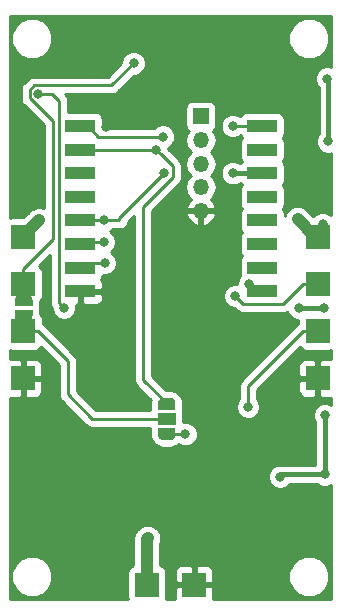
<source format=gbr>
G04 #@! TF.GenerationSoftware,KiCad,Pcbnew,(5.0.1)-4*
G04 #@! TF.CreationDate,2019-08-10T21:26:31+02:00*
G04 #@! TF.ProjectId,7segment_mini_module,377365676D656E745F6D696E695F6D6F,rev?*
G04 #@! TF.SameCoordinates,Original*
G04 #@! TF.FileFunction,Copper,L2,Bot,Signal*
G04 #@! TF.FilePolarity,Positive*
%FSLAX46Y46*%
G04 Gerber Fmt 4.6, Leading zero omitted, Abs format (unit mm)*
G04 Created by KiCad (PCBNEW (5.0.1)-4) date 10-08-2019 21:26:31*
%MOMM*%
%LPD*%
G01*
G04 APERTURE LIST*
G04 #@! TA.AperFunction,SMDPad,CuDef*
%ADD10R,2.500000X1.100000*%
G04 #@! TD*
G04 #@! TA.AperFunction,SMDPad,CuDef*
%ADD11C,0.500000*%
G04 #@! TD*
G04 #@! TA.AperFunction,Conductor*
%ADD12C,0.100000*%
G04 #@! TD*
G04 #@! TA.AperFunction,SMDPad,CuDef*
%ADD13R,1.500000X1.000000*%
G04 #@! TD*
G04 #@! TA.AperFunction,SMDPad,CuDef*
%ADD14R,2.000000X2.000000*%
G04 #@! TD*
G04 #@! TA.AperFunction,ComponentPad*
%ADD15R,1.350000X1.350000*%
G04 #@! TD*
G04 #@! TA.AperFunction,ComponentPad*
%ADD16O,1.350000X1.350000*%
G04 #@! TD*
G04 #@! TA.AperFunction,ViaPad*
%ADD17C,0.800000*%
G04 #@! TD*
G04 #@! TA.AperFunction,ViaPad*
%ADD18C,1.000000*%
G04 #@! TD*
G04 #@! TA.AperFunction,Conductor*
%ADD19C,1.000000*%
G04 #@! TD*
G04 #@! TA.AperFunction,Conductor*
%ADD20C,0.400000*%
G04 #@! TD*
G04 #@! TA.AperFunction,Conductor*
%ADD21C,0.250000*%
G04 #@! TD*
G04 #@! TA.AperFunction,Conductor*
%ADD22C,0.254000*%
G04 #@! TD*
G04 APERTURE END LIST*
D10*
G04 #@! TO.P,U1,16*
G04 #@! TO.N,TX*
X83700000Y-78500000D03*
G04 #@! TO.P,U1,15*
G04 #@! TO.N,ESP_LED*
X83700000Y-80500000D03*
G04 #@! TO.P,U1,14*
G04 #@! TO.N,N/C*
X83700000Y-82500000D03*
G04 #@! TO.P,U1,13*
X83700000Y-84500000D03*
G04 #@! TO.P,U1,12*
G04 #@! TO.N,GPIO0*
X83700000Y-86500000D03*
G04 #@! TO.P,U1,11*
G04 #@! TO.N,GPIO2*
X83700000Y-88500000D03*
G04 #@! TO.P,U1,10*
G04 #@! TO.N,GPIO15*
X83700000Y-90500000D03*
G04 #@! TO.P,U1,9*
G04 #@! TO.N,GND*
X83700000Y-92500000D03*
G04 #@! TO.P,U1,8*
G04 #@! TO.N,+3V3*
X99100000Y-92500000D03*
G04 #@! TO.P,U1,7*
G04 #@! TO.N,N/C*
X99100000Y-90500000D03*
G04 #@! TO.P,U1,6*
X99100000Y-88500000D03*
G04 #@! TO.P,U1,5*
X99100000Y-86500000D03*
G04 #@! TO.P,U1,4*
X99100000Y-84500000D03*
G04 #@! TO.P,U1,3*
G04 #@! TO.N,+3V3*
X99100000Y-82500000D03*
G04 #@! TO.P,U1,2*
G04 #@! TO.N,N/C*
X99100000Y-80500000D03*
G04 #@! TO.P,U1,1*
G04 #@! TO.N,RESET*
X99100000Y-78500000D03*
G04 #@! TD*
D11*
G04 #@! TO.P,JP1,1*
G04 #@! TO.N,LED_IN_NEXT*
X91000000Y-104600000D03*
D12*
G04 #@! TD*
G04 #@! TO.N,LED_IN_NEXT*
G04 #@! TO.C,JP1*
G36*
X91750000Y-104050000D02*
X91750000Y-104600000D01*
X91749398Y-104600000D01*
X91749398Y-104624534D01*
X91744588Y-104673365D01*
X91735016Y-104721490D01*
X91720772Y-104768445D01*
X91701995Y-104813778D01*
X91678864Y-104857051D01*
X91651604Y-104897850D01*
X91620476Y-104935779D01*
X91585779Y-104970476D01*
X91547850Y-105001604D01*
X91507051Y-105028864D01*
X91463778Y-105051995D01*
X91418445Y-105070772D01*
X91371490Y-105085016D01*
X91323365Y-105094588D01*
X91274534Y-105099398D01*
X91250000Y-105099398D01*
X91250000Y-105100000D01*
X90750000Y-105100000D01*
X90750000Y-105099398D01*
X90725466Y-105099398D01*
X90676635Y-105094588D01*
X90628510Y-105085016D01*
X90581555Y-105070772D01*
X90536222Y-105051995D01*
X90492949Y-105028864D01*
X90452150Y-105001604D01*
X90414221Y-104970476D01*
X90379524Y-104935779D01*
X90348396Y-104897850D01*
X90321136Y-104857051D01*
X90298005Y-104813778D01*
X90279228Y-104768445D01*
X90264984Y-104721490D01*
X90255412Y-104673365D01*
X90250602Y-104624534D01*
X90250602Y-104600000D01*
X90250000Y-104600000D01*
X90250000Y-104050000D01*
X91750000Y-104050000D01*
X91750000Y-104050000D01*
G37*
D11*
G04 #@! TO.P,JP1,3*
G04 #@! TO.N,ESP_LED*
X91000000Y-102000000D03*
D12*
G04 #@! TD*
G04 #@! TO.N,ESP_LED*
G04 #@! TO.C,JP1*
G36*
X90250602Y-102000000D02*
X90250602Y-101975466D01*
X90255412Y-101926635D01*
X90264984Y-101878510D01*
X90279228Y-101831555D01*
X90298005Y-101786222D01*
X90321136Y-101742949D01*
X90348396Y-101702150D01*
X90379524Y-101664221D01*
X90414221Y-101629524D01*
X90452150Y-101598396D01*
X90492949Y-101571136D01*
X90536222Y-101548005D01*
X90581555Y-101529228D01*
X90628510Y-101514984D01*
X90676635Y-101505412D01*
X90725466Y-101500602D01*
X90750000Y-101500602D01*
X90750000Y-101500000D01*
X91250000Y-101500000D01*
X91250000Y-101500602D01*
X91274534Y-101500602D01*
X91323365Y-101505412D01*
X91371490Y-101514984D01*
X91418445Y-101529228D01*
X91463778Y-101548005D01*
X91507051Y-101571136D01*
X91547850Y-101598396D01*
X91585779Y-101629524D01*
X91620476Y-101664221D01*
X91651604Y-101702150D01*
X91678864Y-101742949D01*
X91701995Y-101786222D01*
X91720772Y-101831555D01*
X91735016Y-101878510D01*
X91744588Y-101926635D01*
X91749398Y-101975466D01*
X91749398Y-102000000D01*
X91750000Y-102000000D01*
X91750000Y-102550000D01*
X90250000Y-102550000D01*
X90250000Y-102000000D01*
X90250602Y-102000000D01*
X90250602Y-102000000D01*
G37*
D13*
G04 #@! TO.P,JP1,2*
G04 #@! TO.N,LED_OUT_Prev*
X91000000Y-103300000D03*
G04 #@! TD*
D11*
G04 #@! TO.P,JP2,1*
G04 #@! TO.N,LED_IN*
X78900000Y-93250000D03*
D12*
G04 #@! TD*
G04 #@! TO.N,LED_IN*
G04 #@! TO.C,JP2*
G36*
X78150000Y-93750000D02*
X78150000Y-93250000D01*
X78150602Y-93250000D01*
X78150602Y-93225466D01*
X78155412Y-93176635D01*
X78164984Y-93128510D01*
X78179228Y-93081555D01*
X78198005Y-93036222D01*
X78221136Y-92992949D01*
X78248396Y-92952150D01*
X78279524Y-92914221D01*
X78314221Y-92879524D01*
X78352150Y-92848396D01*
X78392949Y-92821136D01*
X78436222Y-92798005D01*
X78481555Y-92779228D01*
X78528510Y-92764984D01*
X78576635Y-92755412D01*
X78625466Y-92750602D01*
X78650000Y-92750602D01*
X78650000Y-92750000D01*
X79150000Y-92750000D01*
X79150000Y-92750602D01*
X79174534Y-92750602D01*
X79223365Y-92755412D01*
X79271490Y-92764984D01*
X79318445Y-92779228D01*
X79363778Y-92798005D01*
X79407051Y-92821136D01*
X79447850Y-92848396D01*
X79485779Y-92879524D01*
X79520476Y-92914221D01*
X79551604Y-92952150D01*
X79578864Y-92992949D01*
X79601995Y-93036222D01*
X79620772Y-93081555D01*
X79635016Y-93128510D01*
X79644588Y-93176635D01*
X79649398Y-93225466D01*
X79649398Y-93250000D01*
X79650000Y-93250000D01*
X79650000Y-93750000D01*
X78150000Y-93750000D01*
X78150000Y-93750000D01*
G37*
D11*
G04 #@! TO.P,JP2,2*
G04 #@! TO.N,LED_OUT_Prev*
X78900000Y-94550000D03*
D12*
G04 #@! TD*
G04 #@! TO.N,LED_OUT_Prev*
G04 #@! TO.C,JP2*
G36*
X79649398Y-94550000D02*
X79649398Y-94574534D01*
X79644588Y-94623365D01*
X79635016Y-94671490D01*
X79620772Y-94718445D01*
X79601995Y-94763778D01*
X79578864Y-94807051D01*
X79551604Y-94847850D01*
X79520476Y-94885779D01*
X79485779Y-94920476D01*
X79447850Y-94951604D01*
X79407051Y-94978864D01*
X79363778Y-95001995D01*
X79318445Y-95020772D01*
X79271490Y-95035016D01*
X79223365Y-95044588D01*
X79174534Y-95049398D01*
X79150000Y-95049398D01*
X79150000Y-95050000D01*
X78650000Y-95050000D01*
X78650000Y-95049398D01*
X78625466Y-95049398D01*
X78576635Y-95044588D01*
X78528510Y-95035016D01*
X78481555Y-95020772D01*
X78436222Y-95001995D01*
X78392949Y-94978864D01*
X78352150Y-94951604D01*
X78314221Y-94920476D01*
X78279524Y-94885779D01*
X78248396Y-94847850D01*
X78221136Y-94807051D01*
X78198005Y-94763778D01*
X78179228Y-94718445D01*
X78164984Y-94671490D01*
X78155412Y-94623365D01*
X78150602Y-94574534D01*
X78150602Y-94550000D01*
X78150000Y-94550000D01*
X78150000Y-94050000D01*
X79650000Y-94050000D01*
X79650000Y-94550000D01*
X79649398Y-94550000D01*
X79649398Y-94550000D01*
G37*
D14*
G04 #@! TO.P,TP1,1*
G04 #@! TO.N,+3V3*
X103800000Y-87875000D03*
G04 #@! TD*
G04 #@! TO.P,TP2,1*
G04 #@! TO.N,+3V3*
X78850000Y-87875000D03*
G04 #@! TD*
G04 #@! TO.P,TP3,1*
G04 #@! TO.N,LED_IN*
X78850000Y-91875000D03*
G04 #@! TD*
G04 #@! TO.P,TP4,1*
G04 #@! TO.N,LED_OUT*
X103800000Y-91875000D03*
G04 #@! TD*
G04 #@! TO.P,TP5,1*
G04 #@! TO.N,LED_OUT_Prev*
X78850000Y-95875000D03*
G04 #@! TD*
G04 #@! TO.P,TP6,1*
G04 #@! TO.N,LED_IN_NEXT*
X103800000Y-95875000D03*
G04 #@! TD*
G04 #@! TO.P,TP7,1*
G04 #@! TO.N,GND*
X78850000Y-99875000D03*
G04 #@! TD*
G04 #@! TO.P,TP8,1*
G04 #@! TO.N,GND*
X103800000Y-99875000D03*
G04 #@! TD*
D15*
G04 #@! TO.P,J1,1*
G04 #@! TO.N,RESET*
X93900000Y-77700000D03*
D16*
G04 #@! TO.P,J1,2*
G04 #@! TO.N,TX*
X93900000Y-79700000D03*
G04 #@! TO.P,J1,3*
G04 #@! TO.N,ESP_LED*
X93900000Y-81700000D03*
G04 #@! TO.P,J1,4*
G04 #@! TO.N,GPIO0*
X93900000Y-83700000D03*
G04 #@! TO.P,J1,5*
G04 #@! TO.N,GND*
X93900000Y-85700000D03*
G04 #@! TD*
D14*
G04 #@! TO.P,TP9,1*
G04 #@! TO.N,+3V3*
X89330000Y-117325001D03*
G04 #@! TD*
G04 #@! TO.P,TP10,1*
G04 #@! TO.N,GND*
X93330000Y-117325001D03*
G04 #@! TD*
D17*
G04 #@! TO.N,GND*
X90500000Y-89900000D03*
X85300000Y-116900000D03*
X91400000Y-116900000D03*
X97500000Y-117000000D03*
X78400000Y-113300000D03*
X85000000Y-112800000D03*
X93300000Y-111800000D03*
X99500000Y-112700000D03*
X99500000Y-106600000D03*
X99400000Y-100600000D03*
X84900000Y-100600000D03*
X85200000Y-105900000D03*
X78200000Y-107000000D03*
X102200000Y-84500000D03*
X102100000Y-78400000D03*
X97200000Y-73300000D03*
X91000000Y-73300000D03*
X90600000Y-77000000D03*
X85900000Y-78600000D03*
X78100000Y-84600000D03*
X78200000Y-78600000D03*
X85100000Y-72600000D03*
X97100000Y-95000000D03*
X90900000Y-95100000D03*
X90600000Y-99300000D03*
X84800000Y-95000000D03*
X78500000Y-102000000D03*
X95900000Y-89600000D03*
X88900000Y-105000000D03*
X88900000Y-101900000D03*
D18*
G04 #@! TO.N,+3V3*
X80200000Y-86500000D03*
X102100000Y-86400000D03*
D17*
X104400000Y-108000000D03*
X104400000Y-103000000D03*
X100600000Y-108200000D03*
X104300000Y-93900000D03*
X102200000Y-93900000D03*
X98000000Y-91900000D03*
X104700000Y-79800000D03*
X104600000Y-74500000D03*
X96600000Y-82500000D03*
X104200000Y-86800000D03*
D18*
X89400000Y-113400000D03*
D17*
G04 #@! TO.N,Net-(D18-Pad1)*
X80150000Y-75800000D03*
X82310323Y-93916728D03*
X80150000Y-75800000D03*
G04 #@! TO.N,GPIO2*
X85700000Y-88324980D03*
G04 #@! TO.N,GPIO0*
X85700000Y-86500000D03*
X90800000Y-82500000D03*
G04 #@! TO.N,RESET*
X96600000Y-78500000D03*
G04 #@! TO.N,GPIO15*
X85767031Y-90100010D03*
G04 #@! TO.N,LED_IN*
X88200000Y-73200000D03*
G04 #@! TO.N,LED_OUT*
X96800000Y-92900000D03*
G04 #@! TO.N,LED_IN_NEXT*
X97900000Y-102300000D03*
X92600000Y-104600000D03*
G04 #@! TO.N,ESP_LED*
X90100000Y-80500000D03*
G04 #@! TO.N,TX*
X90700000Y-79400000D03*
G04 #@! TD*
D19*
G04 #@! TO.N,+3V3*
X78850000Y-87875000D02*
X78850000Y-87850000D01*
X78850000Y-87850000D02*
X80200000Y-86500000D01*
X103800000Y-87875000D02*
X103575000Y-87875000D01*
X103575000Y-87875000D02*
X102100000Y-86400000D01*
D20*
X104400000Y-103565685D02*
X104400000Y-108000000D01*
X104400000Y-103000000D02*
X104400000Y-103565685D01*
X104400000Y-108000000D02*
X100800000Y-108000000D01*
X100800000Y-108000000D02*
X100600000Y-108200000D01*
X104300000Y-93900000D02*
X102200000Y-93900000D01*
X98400000Y-92500000D02*
X98400000Y-92300000D01*
X98400000Y-92300000D02*
X98000000Y-91900000D01*
X104700000Y-79800000D02*
X104700000Y-74600000D01*
X104700000Y-74600000D02*
X104600000Y-74500000D01*
X98400000Y-82500000D02*
X96600000Y-82500000D01*
X104200000Y-87475000D02*
X103800000Y-87875000D01*
X104200000Y-86800000D02*
X104200000Y-87475000D01*
D19*
X89330000Y-117325001D02*
X89330000Y-113470000D01*
X89330000Y-113470000D02*
X89400000Y-113400000D01*
D21*
G04 #@! TO.N,Net-(D18-Pad1)*
X81910324Y-93516729D02*
X81910324Y-76410324D01*
X82310323Y-93916728D02*
X81910324Y-93516729D01*
X81910324Y-76410324D02*
X81300000Y-75800000D01*
X81300000Y-75800000D02*
X80150000Y-75800000D01*
G04 #@! TO.N,GPIO2*
X84400000Y-88500000D02*
X84575020Y-88324980D01*
X84575020Y-88324980D02*
X85134315Y-88324980D01*
X85134315Y-88324980D02*
X85700000Y-88324980D01*
G04 #@! TO.N,GPIO0*
X85700000Y-86500000D02*
X84400000Y-86500000D01*
X85700000Y-86500000D02*
X87000000Y-86500000D01*
X87000000Y-86300000D02*
X90800000Y-82500000D01*
X87000000Y-86500000D02*
X87000000Y-86300000D01*
G04 #@! TO.N,RESET*
X96600000Y-78500000D02*
X98400000Y-78500000D01*
G04 #@! TO.N,GPIO15*
X85201346Y-90100010D02*
X85767031Y-90100010D01*
X84799990Y-90100010D02*
X85201346Y-90100010D01*
X84400000Y-90500000D02*
X84799990Y-90100010D01*
G04 #@! TO.N,LED_IN*
X78900000Y-91925000D02*
X78850000Y-91875000D01*
X78900000Y-93250000D02*
X78900000Y-91925000D01*
X78850000Y-90625000D02*
X78850000Y-91875000D01*
X88200000Y-73200000D02*
X86325002Y-75074998D01*
X81400000Y-88075000D02*
X78850000Y-90625000D01*
X81400000Y-78123004D02*
X81400000Y-88075000D01*
X79424998Y-76148002D02*
X81400000Y-78123004D01*
X79424998Y-75451998D02*
X79424998Y-76148002D01*
X79801998Y-75074998D02*
X79424998Y-75451998D01*
X86325002Y-75074998D02*
X79801998Y-75074998D01*
G04 #@! TO.N,LED_OUT*
X102550000Y-91875000D02*
X100825000Y-93600000D01*
X103800000Y-91875000D02*
X102550000Y-91875000D01*
X100825000Y-93600000D02*
X97500000Y-93600000D01*
X97500000Y-93600000D02*
X96800000Y-92900000D01*
G04 #@! TO.N,LED_OUT_Prev*
X78900000Y-95825000D02*
X78850000Y-95875000D01*
X78900000Y-94550000D02*
X78900000Y-95825000D01*
X80100000Y-95875000D02*
X82625000Y-98400000D01*
X78850000Y-95875000D02*
X80100000Y-95875000D01*
X89600000Y-103300000D02*
X91000000Y-103300000D01*
X82625000Y-98400000D02*
X82625000Y-101225000D01*
X84700000Y-103300000D02*
X89600000Y-103300000D01*
X82625000Y-101225000D02*
X84700000Y-103300000D01*
G04 #@! TO.N,LED_IN_NEXT*
X102550000Y-95875000D02*
X97900000Y-100525000D01*
X103800000Y-95875000D02*
X102550000Y-95875000D01*
X97900000Y-100525000D02*
X97900000Y-102300000D01*
X92100000Y-104600000D02*
X91000000Y-104600000D01*
X92100000Y-104600000D02*
X92600000Y-104600000D01*
G04 #@! TO.N,ESP_LED*
X84400000Y-80500000D02*
X88900000Y-80500000D01*
X88900000Y-80500000D02*
X90100000Y-80500000D01*
X91525002Y-82848002D02*
X91525002Y-81925002D01*
X91525002Y-81925002D02*
X90499999Y-80899999D01*
X90499999Y-80899999D02*
X90100000Y-80500000D01*
X89000000Y-85373004D02*
X91525002Y-82848002D01*
X89000000Y-100000000D02*
X89000000Y-85373004D01*
X91000000Y-102000000D02*
X89000000Y-100000000D01*
G04 #@! TO.N,TX*
X84400000Y-78500000D02*
X84400000Y-78600000D01*
X84400000Y-78600000D02*
X85200000Y-79400000D01*
X85200000Y-79400000D02*
X90700000Y-79400000D01*
G04 #@! TD*
D22*
G04 #@! TO.N,GND*
G36*
X104940001Y-73520557D02*
X104805874Y-73465000D01*
X104394126Y-73465000D01*
X104013720Y-73622569D01*
X103722569Y-73913720D01*
X103565000Y-74294126D01*
X103565000Y-74705874D01*
X103722569Y-75086280D01*
X103865001Y-75228712D01*
X103865000Y-79171289D01*
X103822569Y-79213720D01*
X103665000Y-79594126D01*
X103665000Y-80005874D01*
X103822569Y-80386280D01*
X104113720Y-80677431D01*
X104494126Y-80835000D01*
X104905874Y-80835000D01*
X104940001Y-80820864D01*
X104940001Y-86076290D01*
X104786280Y-85922569D01*
X104405874Y-85765000D01*
X103994126Y-85765000D01*
X103613720Y-85922569D01*
X103420710Y-86115579D01*
X103062208Y-85757077D01*
X103062207Y-85757074D01*
X102742926Y-85437793D01*
X102637616Y-85394172D01*
X102542854Y-85330854D01*
X102431073Y-85308619D01*
X102325766Y-85265000D01*
X102211783Y-85265000D01*
X102100000Y-85242765D01*
X101988217Y-85265000D01*
X101874234Y-85265000D01*
X101768927Y-85308619D01*
X101657146Y-85330854D01*
X101562384Y-85394172D01*
X101457074Y-85437793D01*
X101376472Y-85518395D01*
X101281712Y-85581712D01*
X101218395Y-85676472D01*
X101137793Y-85757074D01*
X101094172Y-85862384D01*
X101030854Y-85957146D01*
X101008619Y-86068927D01*
X100997440Y-86095917D01*
X100997440Y-85950000D01*
X100948157Y-85702235D01*
X100813027Y-85500000D01*
X100948157Y-85297765D01*
X100997440Y-85050000D01*
X100997440Y-83950000D01*
X100948157Y-83702235D01*
X100813027Y-83500000D01*
X100948157Y-83297765D01*
X100997440Y-83050000D01*
X100997440Y-81950000D01*
X100948157Y-81702235D01*
X100813027Y-81500000D01*
X100948157Y-81297765D01*
X100997440Y-81050000D01*
X100997440Y-79950000D01*
X100948157Y-79702235D01*
X100813027Y-79500000D01*
X100948157Y-79297765D01*
X100997440Y-79050000D01*
X100997440Y-77950000D01*
X100948157Y-77702235D01*
X100807809Y-77492191D01*
X100597765Y-77351843D01*
X100350000Y-77302560D01*
X97850000Y-77302560D01*
X97602235Y-77351843D01*
X97392191Y-77492191D01*
X97257492Y-77693781D01*
X97186280Y-77622569D01*
X96805874Y-77465000D01*
X96394126Y-77465000D01*
X96013720Y-77622569D01*
X95722569Y-77913720D01*
X95565000Y-78294126D01*
X95565000Y-78705874D01*
X95722569Y-79086280D01*
X96013720Y-79377431D01*
X96394126Y-79535000D01*
X96805874Y-79535000D01*
X97186280Y-79377431D01*
X97257492Y-79306219D01*
X97386973Y-79500000D01*
X97251843Y-79702235D01*
X97202560Y-79950000D01*
X97202560Y-81050000D01*
X97251843Y-81297765D01*
X97386973Y-81500000D01*
X97276723Y-81665000D01*
X97228711Y-81665000D01*
X97186280Y-81622569D01*
X96805874Y-81465000D01*
X96394126Y-81465000D01*
X96013720Y-81622569D01*
X95722569Y-81913720D01*
X95565000Y-82294126D01*
X95565000Y-82705874D01*
X95722569Y-83086280D01*
X96013720Y-83377431D01*
X96394126Y-83535000D01*
X96805874Y-83535000D01*
X97186280Y-83377431D01*
X97228711Y-83335000D01*
X97276723Y-83335000D01*
X97386973Y-83500000D01*
X97251843Y-83702235D01*
X97202560Y-83950000D01*
X97202560Y-85050000D01*
X97251843Y-85297765D01*
X97386973Y-85500000D01*
X97251843Y-85702235D01*
X97202560Y-85950000D01*
X97202560Y-87050000D01*
X97251843Y-87297765D01*
X97386973Y-87500000D01*
X97251843Y-87702235D01*
X97202560Y-87950000D01*
X97202560Y-89050000D01*
X97251843Y-89297765D01*
X97386973Y-89500000D01*
X97251843Y-89702235D01*
X97202560Y-89950000D01*
X97202560Y-91050000D01*
X97233042Y-91203247D01*
X97122569Y-91313720D01*
X96965000Y-91694126D01*
X96965000Y-91865000D01*
X96594126Y-91865000D01*
X96213720Y-92022569D01*
X95922569Y-92313720D01*
X95765000Y-92694126D01*
X95765000Y-93105874D01*
X95922569Y-93486280D01*
X96213720Y-93777431D01*
X96594126Y-93935000D01*
X96760198Y-93935000D01*
X96909672Y-94084475D01*
X96952071Y-94147929D01*
X97015524Y-94190327D01*
X97015526Y-94190329D01*
X97110015Y-94253464D01*
X97203463Y-94315904D01*
X97425148Y-94360000D01*
X97425152Y-94360000D01*
X97499999Y-94374888D01*
X97574846Y-94360000D01*
X100750153Y-94360000D01*
X100825000Y-94374888D01*
X100899847Y-94360000D01*
X100899852Y-94360000D01*
X101121537Y-94315904D01*
X101223717Y-94247629D01*
X101322569Y-94486280D01*
X101613720Y-94777431D01*
X101994126Y-94935000D01*
X102152560Y-94935000D01*
X102152560Y-95226517D01*
X102002071Y-95327071D01*
X101959671Y-95390527D01*
X97415530Y-99934669D01*
X97352071Y-99977071D01*
X97184096Y-100228464D01*
X97140000Y-100450149D01*
X97140000Y-100450153D01*
X97125112Y-100525000D01*
X97140000Y-100599847D01*
X97140001Y-101596288D01*
X97022569Y-101713720D01*
X96865000Y-102094126D01*
X96865000Y-102505874D01*
X97022569Y-102886280D01*
X97313720Y-103177431D01*
X97694126Y-103335000D01*
X98105874Y-103335000D01*
X98486280Y-103177431D01*
X98777431Y-102886280D01*
X98935000Y-102505874D01*
X98935000Y-102094126D01*
X98777431Y-101713720D01*
X98660000Y-101596289D01*
X98660000Y-100839801D01*
X99339051Y-100160750D01*
X102165000Y-100160750D01*
X102165000Y-101001310D01*
X102261673Y-101234699D01*
X102440302Y-101413327D01*
X102673691Y-101510000D01*
X103514250Y-101510000D01*
X103673000Y-101351250D01*
X103673000Y-100002000D01*
X102323750Y-100002000D01*
X102165000Y-100160750D01*
X99339051Y-100160750D01*
X100751111Y-98748690D01*
X102165000Y-98748690D01*
X102165000Y-99589250D01*
X102323750Y-99748000D01*
X103673000Y-99748000D01*
X103673000Y-98398750D01*
X103514250Y-98240000D01*
X102673691Y-98240000D01*
X102440302Y-98336673D01*
X102261673Y-98515301D01*
X102165000Y-98748690D01*
X100751111Y-98748690D01*
X102272016Y-97227786D01*
X102342191Y-97332809D01*
X102552235Y-97473157D01*
X102800000Y-97522440D01*
X104800000Y-97522440D01*
X104940000Y-97494592D01*
X104940000Y-98245671D01*
X104926309Y-98240000D01*
X104085750Y-98240000D01*
X103927000Y-98398750D01*
X103927000Y-99748000D01*
X103947000Y-99748000D01*
X103947000Y-100002000D01*
X103927000Y-100002000D01*
X103927000Y-101351250D01*
X104085750Y-101510000D01*
X104926309Y-101510000D01*
X104940000Y-101504329D01*
X104940000Y-102103399D01*
X104605874Y-101965000D01*
X104194126Y-101965000D01*
X103813720Y-102122569D01*
X103522569Y-102413720D01*
X103365000Y-102794126D01*
X103365000Y-103205874D01*
X103522569Y-103586280D01*
X103565000Y-103628711D01*
X103565001Y-107165000D01*
X100882237Y-107165000D01*
X100800000Y-107148642D01*
X100717763Y-107165000D01*
X100394126Y-107165000D01*
X100013720Y-107322569D01*
X99722569Y-107613720D01*
X99565000Y-107994126D01*
X99565000Y-108405874D01*
X99722569Y-108786280D01*
X100013720Y-109077431D01*
X100394126Y-109235000D01*
X100805874Y-109235000D01*
X101186280Y-109077431D01*
X101428711Y-108835000D01*
X103771289Y-108835000D01*
X103813720Y-108877431D01*
X104194126Y-109035000D01*
X104605874Y-109035000D01*
X104940000Y-108896601D01*
X104940000Y-118540000D01*
X94928264Y-118540000D01*
X94965000Y-118451311D01*
X94965000Y-117610751D01*
X94806250Y-117452001D01*
X93457000Y-117452001D01*
X93457000Y-117472001D01*
X93203000Y-117472001D01*
X93203000Y-117452001D01*
X91853750Y-117452001D01*
X91695000Y-117610751D01*
X91695000Y-118451311D01*
X91731736Y-118540000D01*
X90934674Y-118540000D01*
X90977440Y-118325001D01*
X90977440Y-116325001D01*
X90952316Y-116198691D01*
X91695000Y-116198691D01*
X91695000Y-117039251D01*
X91853750Y-117198001D01*
X93203000Y-117198001D01*
X93203000Y-115848751D01*
X93457000Y-115848751D01*
X93457000Y-117198001D01*
X94806250Y-117198001D01*
X94965000Y-117039251D01*
X94965000Y-116304887D01*
X101315000Y-116304887D01*
X101315000Y-116995113D01*
X101579138Y-117632799D01*
X102067201Y-118120862D01*
X102704887Y-118385000D01*
X103395113Y-118385000D01*
X104032799Y-118120862D01*
X104520862Y-117632799D01*
X104785000Y-116995113D01*
X104785000Y-116304887D01*
X104520862Y-115667201D01*
X104032799Y-115179138D01*
X103395113Y-114915000D01*
X102704887Y-114915000D01*
X102067201Y-115179138D01*
X101579138Y-115667201D01*
X101315000Y-116304887D01*
X94965000Y-116304887D01*
X94965000Y-116198691D01*
X94868327Y-115965302D01*
X94689698Y-115786674D01*
X94456309Y-115690001D01*
X93615750Y-115690001D01*
X93457000Y-115848751D01*
X93203000Y-115848751D01*
X93044250Y-115690001D01*
X92203691Y-115690001D01*
X91970302Y-115786674D01*
X91791673Y-115965302D01*
X91695000Y-116198691D01*
X90952316Y-116198691D01*
X90928157Y-116077236D01*
X90787809Y-115867192D01*
X90577765Y-115726844D01*
X90465000Y-115704414D01*
X90465000Y-113849059D01*
X90469146Y-113842854D01*
X90491381Y-113731073D01*
X90535000Y-113625766D01*
X90535000Y-113511783D01*
X90557235Y-113400000D01*
X90535000Y-113288217D01*
X90535000Y-113174234D01*
X90491381Y-113068927D01*
X90469146Y-112957146D01*
X90405828Y-112862384D01*
X90362207Y-112757074D01*
X90281605Y-112676472D01*
X90218288Y-112581712D01*
X90123528Y-112518395D01*
X90042926Y-112437793D01*
X89937616Y-112394172D01*
X89842854Y-112330854D01*
X89731073Y-112308619D01*
X89625766Y-112265000D01*
X89511783Y-112265000D01*
X89400000Y-112242765D01*
X89288217Y-112265000D01*
X89174234Y-112265000D01*
X89068927Y-112308619D01*
X88957146Y-112330854D01*
X88862384Y-112394172D01*
X88757074Y-112437793D01*
X88606474Y-112588393D01*
X88511712Y-112651711D01*
X88448394Y-112746473D01*
X88437793Y-112757074D01*
X88432055Y-112770927D01*
X88260854Y-113027146D01*
X88172765Y-113470000D01*
X88195001Y-113581788D01*
X88195000Y-115704414D01*
X88082235Y-115726844D01*
X87872191Y-115867192D01*
X87731843Y-116077236D01*
X87682560Y-116325001D01*
X87682560Y-118325001D01*
X87725326Y-118540000D01*
X77710000Y-118540000D01*
X77710000Y-116304887D01*
X77865000Y-116304887D01*
X77865000Y-116995113D01*
X78129138Y-117632799D01*
X78617201Y-118120862D01*
X79254887Y-118385000D01*
X79945113Y-118385000D01*
X80582799Y-118120862D01*
X81070862Y-117632799D01*
X81335000Y-116995113D01*
X81335000Y-116304887D01*
X81070862Y-115667201D01*
X80582799Y-115179138D01*
X79945113Y-114915000D01*
X79254887Y-114915000D01*
X78617201Y-115179138D01*
X78129138Y-115667201D01*
X77865000Y-116304887D01*
X77710000Y-116304887D01*
X77710000Y-101504329D01*
X77723691Y-101510000D01*
X78564250Y-101510000D01*
X78723000Y-101351250D01*
X78723000Y-100002000D01*
X78977000Y-100002000D01*
X78977000Y-101351250D01*
X79135750Y-101510000D01*
X79976309Y-101510000D01*
X80209698Y-101413327D01*
X80388327Y-101234699D01*
X80485000Y-101001310D01*
X80485000Y-100160750D01*
X80326250Y-100002000D01*
X78977000Y-100002000D01*
X78723000Y-100002000D01*
X78703000Y-100002000D01*
X78703000Y-99748000D01*
X78723000Y-99748000D01*
X78723000Y-98398750D01*
X78977000Y-98398750D01*
X78977000Y-99748000D01*
X80326250Y-99748000D01*
X80485000Y-99589250D01*
X80485000Y-98748690D01*
X80388327Y-98515301D01*
X80209698Y-98336673D01*
X79976309Y-98240000D01*
X79135750Y-98240000D01*
X78977000Y-98398750D01*
X78723000Y-98398750D01*
X78564250Y-98240000D01*
X77723691Y-98240000D01*
X77710000Y-98245671D01*
X77710000Y-97494593D01*
X77850000Y-97522440D01*
X79850000Y-97522440D01*
X80097765Y-97473157D01*
X80307809Y-97332809D01*
X80377984Y-97227785D01*
X81865000Y-98714802D01*
X81865001Y-101150148D01*
X81850112Y-101225000D01*
X81909097Y-101521537D01*
X82030656Y-101703462D01*
X82077072Y-101772929D01*
X82140528Y-101815329D01*
X84109671Y-103784473D01*
X84152071Y-103847929D01*
X84403463Y-104015904D01*
X84625148Y-104060000D01*
X84625152Y-104060000D01*
X84699999Y-104074888D01*
X84774846Y-104060000D01*
X89602560Y-104060000D01*
X89602560Y-104600000D01*
X89604968Y-104612106D01*
X89604968Y-104649009D01*
X89617408Y-104775318D01*
X89636530Y-104871451D01*
X89673372Y-104992904D01*
X89710881Y-105083460D01*
X89770713Y-105195397D01*
X89825169Y-105276896D01*
X89905686Y-105375006D01*
X89974994Y-105444314D01*
X90073104Y-105524831D01*
X90154603Y-105579287D01*
X90266540Y-105639119D01*
X90357096Y-105676628D01*
X90478549Y-105713470D01*
X90574682Y-105732592D01*
X90700991Y-105745032D01*
X90737894Y-105745032D01*
X90750000Y-105747440D01*
X91250000Y-105747440D01*
X91262106Y-105745032D01*
X91299009Y-105745032D01*
X91425318Y-105732592D01*
X91521451Y-105713470D01*
X91642904Y-105676628D01*
X91733460Y-105639119D01*
X91845397Y-105579287D01*
X91926896Y-105524831D01*
X92000618Y-105464329D01*
X92013720Y-105477431D01*
X92394126Y-105635000D01*
X92805874Y-105635000D01*
X93186280Y-105477431D01*
X93477431Y-105186280D01*
X93635000Y-104805874D01*
X93635000Y-104394126D01*
X93477431Y-104013720D01*
X93186280Y-103722569D01*
X92805874Y-103565000D01*
X92397440Y-103565000D01*
X92397440Y-102800000D01*
X92372576Y-102675000D01*
X92397440Y-102550000D01*
X92397440Y-102000000D01*
X92395032Y-101987894D01*
X92395032Y-101950991D01*
X92382592Y-101824682D01*
X92363470Y-101728549D01*
X92326628Y-101607096D01*
X92289119Y-101516540D01*
X92229287Y-101404603D01*
X92174831Y-101323104D01*
X92094314Y-101224994D01*
X92025006Y-101155686D01*
X91926896Y-101075169D01*
X91845397Y-101020713D01*
X91733460Y-100960881D01*
X91642904Y-100923372D01*
X91521451Y-100886530D01*
X91425318Y-100867408D01*
X91299009Y-100854968D01*
X91262106Y-100854968D01*
X91250000Y-100852560D01*
X90927362Y-100852560D01*
X89760000Y-99685199D01*
X89760000Y-86029400D01*
X92632090Y-86029400D01*
X92770522Y-86363633D01*
X93110460Y-86745349D01*
X93570598Y-86967920D01*
X93773000Y-86845090D01*
X93773000Y-85827000D01*
X94027000Y-85827000D01*
X94027000Y-86845090D01*
X94229402Y-86967920D01*
X94689540Y-86745349D01*
X95029478Y-86363633D01*
X95167910Y-86029400D01*
X95044224Y-85827000D01*
X94027000Y-85827000D01*
X93773000Y-85827000D01*
X92755776Y-85827000D01*
X92632090Y-86029400D01*
X89760000Y-86029400D01*
X89760000Y-85687805D01*
X92009475Y-83438331D01*
X92072931Y-83395931D01*
X92240906Y-83144539D01*
X92285002Y-82922854D01*
X92285002Y-82922850D01*
X92299890Y-82848003D01*
X92285002Y-82773156D01*
X92285002Y-81999848D01*
X92299890Y-81925001D01*
X92285002Y-81850154D01*
X92285002Y-81850150D01*
X92240906Y-81628465D01*
X92072931Y-81377073D01*
X92009475Y-81334673D01*
X91135000Y-80460199D01*
X91135000Y-80340093D01*
X91286280Y-80277431D01*
X91577431Y-79986280D01*
X91696011Y-79700000D01*
X92564336Y-79700000D01*
X92666007Y-80211136D01*
X92955543Y-80644457D01*
X93038669Y-80700000D01*
X92955543Y-80755543D01*
X92666007Y-81188864D01*
X92564336Y-81700000D01*
X92666007Y-82211136D01*
X92955543Y-82644457D01*
X93038669Y-82700000D01*
X92955543Y-82755543D01*
X92666007Y-83188864D01*
X92564336Y-83700000D01*
X92666007Y-84211136D01*
X92955543Y-84644457D01*
X93058358Y-84713156D01*
X92770522Y-85036367D01*
X92632090Y-85370600D01*
X92755776Y-85573000D01*
X93773000Y-85573000D01*
X93773000Y-85553000D01*
X94027000Y-85553000D01*
X94027000Y-85573000D01*
X95044224Y-85573000D01*
X95167910Y-85370600D01*
X95029478Y-85036367D01*
X94741642Y-84713156D01*
X94844457Y-84644457D01*
X95133993Y-84211136D01*
X95235664Y-83700000D01*
X95133993Y-83188864D01*
X94844457Y-82755543D01*
X94761331Y-82700000D01*
X94844457Y-82644457D01*
X95133993Y-82211136D01*
X95235664Y-81700000D01*
X95133993Y-81188864D01*
X94844457Y-80755543D01*
X94761331Y-80700000D01*
X94844457Y-80644457D01*
X95133993Y-80211136D01*
X95235664Y-79700000D01*
X95133993Y-79188864D01*
X94938286Y-78895968D01*
X95032809Y-78832809D01*
X95173157Y-78622765D01*
X95222440Y-78375000D01*
X95222440Y-77025000D01*
X95173157Y-76777235D01*
X95032809Y-76567191D01*
X94822765Y-76426843D01*
X94575000Y-76377560D01*
X93225000Y-76377560D01*
X92977235Y-76426843D01*
X92767191Y-76567191D01*
X92626843Y-76777235D01*
X92577560Y-77025000D01*
X92577560Y-78375000D01*
X92626843Y-78622765D01*
X92767191Y-78832809D01*
X92861714Y-78895968D01*
X92666007Y-79188864D01*
X92564336Y-79700000D01*
X91696011Y-79700000D01*
X91735000Y-79605874D01*
X91735000Y-79194126D01*
X91577431Y-78813720D01*
X91286280Y-78522569D01*
X90905874Y-78365000D01*
X90494126Y-78365000D01*
X90113720Y-78522569D01*
X89996289Y-78640000D01*
X85597440Y-78640000D01*
X85597440Y-77950000D01*
X85548157Y-77702235D01*
X85407809Y-77492191D01*
X85197765Y-77351843D01*
X84950000Y-77302560D01*
X82670324Y-77302560D01*
X82670324Y-76485170D01*
X82685212Y-76410323D01*
X82670324Y-76335476D01*
X82670324Y-76335472D01*
X82626228Y-76113787D01*
X82550149Y-75999927D01*
X82500653Y-75925850D01*
X82500651Y-75925848D01*
X82458253Y-75862395D01*
X82417251Y-75834998D01*
X86250155Y-75834998D01*
X86325002Y-75849886D01*
X86399849Y-75834998D01*
X86399854Y-75834998D01*
X86621539Y-75790902D01*
X86872931Y-75622927D01*
X86915333Y-75559468D01*
X88239802Y-74235000D01*
X88405874Y-74235000D01*
X88786280Y-74077431D01*
X89077431Y-73786280D01*
X89235000Y-73405874D01*
X89235000Y-72994126D01*
X89077431Y-72613720D01*
X88786280Y-72322569D01*
X88405874Y-72165000D01*
X87994126Y-72165000D01*
X87613720Y-72322569D01*
X87322569Y-72613720D01*
X87165000Y-72994126D01*
X87165000Y-73160198D01*
X86010201Y-74314998D01*
X79876846Y-74314998D01*
X79801998Y-74300110D01*
X79727150Y-74314998D01*
X79727146Y-74314998D01*
X79505461Y-74359094D01*
X79254069Y-74527069D01*
X79211667Y-74590528D01*
X78940528Y-74861667D01*
X78877069Y-74904069D01*
X78709094Y-75155462D01*
X78664998Y-75377147D01*
X78664998Y-75377151D01*
X78650110Y-75451998D01*
X78664998Y-75526845D01*
X78664998Y-76073155D01*
X78650110Y-76148002D01*
X78664998Y-76222849D01*
X78664998Y-76222854D01*
X78702289Y-76410323D01*
X78709095Y-76444539D01*
X78791049Y-76567191D01*
X78877070Y-76695931D01*
X78940526Y-76738331D01*
X80640000Y-78437806D01*
X80640001Y-85430287D01*
X80531076Y-85408621D01*
X80425766Y-85365000D01*
X80311781Y-85365000D01*
X80199999Y-85342765D01*
X80088217Y-85365000D01*
X79974234Y-85365000D01*
X79868925Y-85408620D01*
X79757145Y-85430855D01*
X79662384Y-85494172D01*
X79557074Y-85537793D01*
X79237793Y-85857074D01*
X79237792Y-85857076D01*
X78867308Y-86227560D01*
X77850000Y-86227560D01*
X77710000Y-86255407D01*
X77710000Y-70754887D01*
X77865000Y-70754887D01*
X77865000Y-71445113D01*
X78129138Y-72082799D01*
X78617201Y-72570862D01*
X79254887Y-72835000D01*
X79945113Y-72835000D01*
X80582799Y-72570862D01*
X81070862Y-72082799D01*
X81335000Y-71445113D01*
X81335000Y-70754887D01*
X101315000Y-70754887D01*
X101315000Y-71445113D01*
X101579138Y-72082799D01*
X102067201Y-72570862D01*
X102704887Y-72835000D01*
X103395113Y-72835000D01*
X104032799Y-72570862D01*
X104520862Y-72082799D01*
X104785000Y-71445113D01*
X104785000Y-70754887D01*
X104520862Y-70117201D01*
X104032799Y-69629138D01*
X103395113Y-69365000D01*
X102704887Y-69365000D01*
X102067201Y-69629138D01*
X101579138Y-70117201D01*
X101315000Y-70754887D01*
X81335000Y-70754887D01*
X81070862Y-70117201D01*
X80582799Y-69629138D01*
X79945113Y-69365000D01*
X79254887Y-69365000D01*
X78617201Y-69629138D01*
X78129138Y-70117201D01*
X77865000Y-70754887D01*
X77710000Y-70754887D01*
X77710000Y-69210000D01*
X104940001Y-69210000D01*
X104940001Y-73520557D01*
X104940001Y-73520557D01*
G37*
X104940001Y-73520557D02*
X104805874Y-73465000D01*
X104394126Y-73465000D01*
X104013720Y-73622569D01*
X103722569Y-73913720D01*
X103565000Y-74294126D01*
X103565000Y-74705874D01*
X103722569Y-75086280D01*
X103865001Y-75228712D01*
X103865000Y-79171289D01*
X103822569Y-79213720D01*
X103665000Y-79594126D01*
X103665000Y-80005874D01*
X103822569Y-80386280D01*
X104113720Y-80677431D01*
X104494126Y-80835000D01*
X104905874Y-80835000D01*
X104940001Y-80820864D01*
X104940001Y-86076290D01*
X104786280Y-85922569D01*
X104405874Y-85765000D01*
X103994126Y-85765000D01*
X103613720Y-85922569D01*
X103420710Y-86115579D01*
X103062208Y-85757077D01*
X103062207Y-85757074D01*
X102742926Y-85437793D01*
X102637616Y-85394172D01*
X102542854Y-85330854D01*
X102431073Y-85308619D01*
X102325766Y-85265000D01*
X102211783Y-85265000D01*
X102100000Y-85242765D01*
X101988217Y-85265000D01*
X101874234Y-85265000D01*
X101768927Y-85308619D01*
X101657146Y-85330854D01*
X101562384Y-85394172D01*
X101457074Y-85437793D01*
X101376472Y-85518395D01*
X101281712Y-85581712D01*
X101218395Y-85676472D01*
X101137793Y-85757074D01*
X101094172Y-85862384D01*
X101030854Y-85957146D01*
X101008619Y-86068927D01*
X100997440Y-86095917D01*
X100997440Y-85950000D01*
X100948157Y-85702235D01*
X100813027Y-85500000D01*
X100948157Y-85297765D01*
X100997440Y-85050000D01*
X100997440Y-83950000D01*
X100948157Y-83702235D01*
X100813027Y-83500000D01*
X100948157Y-83297765D01*
X100997440Y-83050000D01*
X100997440Y-81950000D01*
X100948157Y-81702235D01*
X100813027Y-81500000D01*
X100948157Y-81297765D01*
X100997440Y-81050000D01*
X100997440Y-79950000D01*
X100948157Y-79702235D01*
X100813027Y-79500000D01*
X100948157Y-79297765D01*
X100997440Y-79050000D01*
X100997440Y-77950000D01*
X100948157Y-77702235D01*
X100807809Y-77492191D01*
X100597765Y-77351843D01*
X100350000Y-77302560D01*
X97850000Y-77302560D01*
X97602235Y-77351843D01*
X97392191Y-77492191D01*
X97257492Y-77693781D01*
X97186280Y-77622569D01*
X96805874Y-77465000D01*
X96394126Y-77465000D01*
X96013720Y-77622569D01*
X95722569Y-77913720D01*
X95565000Y-78294126D01*
X95565000Y-78705874D01*
X95722569Y-79086280D01*
X96013720Y-79377431D01*
X96394126Y-79535000D01*
X96805874Y-79535000D01*
X97186280Y-79377431D01*
X97257492Y-79306219D01*
X97386973Y-79500000D01*
X97251843Y-79702235D01*
X97202560Y-79950000D01*
X97202560Y-81050000D01*
X97251843Y-81297765D01*
X97386973Y-81500000D01*
X97276723Y-81665000D01*
X97228711Y-81665000D01*
X97186280Y-81622569D01*
X96805874Y-81465000D01*
X96394126Y-81465000D01*
X96013720Y-81622569D01*
X95722569Y-81913720D01*
X95565000Y-82294126D01*
X95565000Y-82705874D01*
X95722569Y-83086280D01*
X96013720Y-83377431D01*
X96394126Y-83535000D01*
X96805874Y-83535000D01*
X97186280Y-83377431D01*
X97228711Y-83335000D01*
X97276723Y-83335000D01*
X97386973Y-83500000D01*
X97251843Y-83702235D01*
X97202560Y-83950000D01*
X97202560Y-85050000D01*
X97251843Y-85297765D01*
X97386973Y-85500000D01*
X97251843Y-85702235D01*
X97202560Y-85950000D01*
X97202560Y-87050000D01*
X97251843Y-87297765D01*
X97386973Y-87500000D01*
X97251843Y-87702235D01*
X97202560Y-87950000D01*
X97202560Y-89050000D01*
X97251843Y-89297765D01*
X97386973Y-89500000D01*
X97251843Y-89702235D01*
X97202560Y-89950000D01*
X97202560Y-91050000D01*
X97233042Y-91203247D01*
X97122569Y-91313720D01*
X96965000Y-91694126D01*
X96965000Y-91865000D01*
X96594126Y-91865000D01*
X96213720Y-92022569D01*
X95922569Y-92313720D01*
X95765000Y-92694126D01*
X95765000Y-93105874D01*
X95922569Y-93486280D01*
X96213720Y-93777431D01*
X96594126Y-93935000D01*
X96760198Y-93935000D01*
X96909672Y-94084475D01*
X96952071Y-94147929D01*
X97015524Y-94190327D01*
X97015526Y-94190329D01*
X97110015Y-94253464D01*
X97203463Y-94315904D01*
X97425148Y-94360000D01*
X97425152Y-94360000D01*
X97499999Y-94374888D01*
X97574846Y-94360000D01*
X100750153Y-94360000D01*
X100825000Y-94374888D01*
X100899847Y-94360000D01*
X100899852Y-94360000D01*
X101121537Y-94315904D01*
X101223717Y-94247629D01*
X101322569Y-94486280D01*
X101613720Y-94777431D01*
X101994126Y-94935000D01*
X102152560Y-94935000D01*
X102152560Y-95226517D01*
X102002071Y-95327071D01*
X101959671Y-95390527D01*
X97415530Y-99934669D01*
X97352071Y-99977071D01*
X97184096Y-100228464D01*
X97140000Y-100450149D01*
X97140000Y-100450153D01*
X97125112Y-100525000D01*
X97140000Y-100599847D01*
X97140001Y-101596288D01*
X97022569Y-101713720D01*
X96865000Y-102094126D01*
X96865000Y-102505874D01*
X97022569Y-102886280D01*
X97313720Y-103177431D01*
X97694126Y-103335000D01*
X98105874Y-103335000D01*
X98486280Y-103177431D01*
X98777431Y-102886280D01*
X98935000Y-102505874D01*
X98935000Y-102094126D01*
X98777431Y-101713720D01*
X98660000Y-101596289D01*
X98660000Y-100839801D01*
X99339051Y-100160750D01*
X102165000Y-100160750D01*
X102165000Y-101001310D01*
X102261673Y-101234699D01*
X102440302Y-101413327D01*
X102673691Y-101510000D01*
X103514250Y-101510000D01*
X103673000Y-101351250D01*
X103673000Y-100002000D01*
X102323750Y-100002000D01*
X102165000Y-100160750D01*
X99339051Y-100160750D01*
X100751111Y-98748690D01*
X102165000Y-98748690D01*
X102165000Y-99589250D01*
X102323750Y-99748000D01*
X103673000Y-99748000D01*
X103673000Y-98398750D01*
X103514250Y-98240000D01*
X102673691Y-98240000D01*
X102440302Y-98336673D01*
X102261673Y-98515301D01*
X102165000Y-98748690D01*
X100751111Y-98748690D01*
X102272016Y-97227786D01*
X102342191Y-97332809D01*
X102552235Y-97473157D01*
X102800000Y-97522440D01*
X104800000Y-97522440D01*
X104940000Y-97494592D01*
X104940000Y-98245671D01*
X104926309Y-98240000D01*
X104085750Y-98240000D01*
X103927000Y-98398750D01*
X103927000Y-99748000D01*
X103947000Y-99748000D01*
X103947000Y-100002000D01*
X103927000Y-100002000D01*
X103927000Y-101351250D01*
X104085750Y-101510000D01*
X104926309Y-101510000D01*
X104940000Y-101504329D01*
X104940000Y-102103399D01*
X104605874Y-101965000D01*
X104194126Y-101965000D01*
X103813720Y-102122569D01*
X103522569Y-102413720D01*
X103365000Y-102794126D01*
X103365000Y-103205874D01*
X103522569Y-103586280D01*
X103565000Y-103628711D01*
X103565001Y-107165000D01*
X100882237Y-107165000D01*
X100800000Y-107148642D01*
X100717763Y-107165000D01*
X100394126Y-107165000D01*
X100013720Y-107322569D01*
X99722569Y-107613720D01*
X99565000Y-107994126D01*
X99565000Y-108405874D01*
X99722569Y-108786280D01*
X100013720Y-109077431D01*
X100394126Y-109235000D01*
X100805874Y-109235000D01*
X101186280Y-109077431D01*
X101428711Y-108835000D01*
X103771289Y-108835000D01*
X103813720Y-108877431D01*
X104194126Y-109035000D01*
X104605874Y-109035000D01*
X104940000Y-108896601D01*
X104940000Y-118540000D01*
X94928264Y-118540000D01*
X94965000Y-118451311D01*
X94965000Y-117610751D01*
X94806250Y-117452001D01*
X93457000Y-117452001D01*
X93457000Y-117472001D01*
X93203000Y-117472001D01*
X93203000Y-117452001D01*
X91853750Y-117452001D01*
X91695000Y-117610751D01*
X91695000Y-118451311D01*
X91731736Y-118540000D01*
X90934674Y-118540000D01*
X90977440Y-118325001D01*
X90977440Y-116325001D01*
X90952316Y-116198691D01*
X91695000Y-116198691D01*
X91695000Y-117039251D01*
X91853750Y-117198001D01*
X93203000Y-117198001D01*
X93203000Y-115848751D01*
X93457000Y-115848751D01*
X93457000Y-117198001D01*
X94806250Y-117198001D01*
X94965000Y-117039251D01*
X94965000Y-116304887D01*
X101315000Y-116304887D01*
X101315000Y-116995113D01*
X101579138Y-117632799D01*
X102067201Y-118120862D01*
X102704887Y-118385000D01*
X103395113Y-118385000D01*
X104032799Y-118120862D01*
X104520862Y-117632799D01*
X104785000Y-116995113D01*
X104785000Y-116304887D01*
X104520862Y-115667201D01*
X104032799Y-115179138D01*
X103395113Y-114915000D01*
X102704887Y-114915000D01*
X102067201Y-115179138D01*
X101579138Y-115667201D01*
X101315000Y-116304887D01*
X94965000Y-116304887D01*
X94965000Y-116198691D01*
X94868327Y-115965302D01*
X94689698Y-115786674D01*
X94456309Y-115690001D01*
X93615750Y-115690001D01*
X93457000Y-115848751D01*
X93203000Y-115848751D01*
X93044250Y-115690001D01*
X92203691Y-115690001D01*
X91970302Y-115786674D01*
X91791673Y-115965302D01*
X91695000Y-116198691D01*
X90952316Y-116198691D01*
X90928157Y-116077236D01*
X90787809Y-115867192D01*
X90577765Y-115726844D01*
X90465000Y-115704414D01*
X90465000Y-113849059D01*
X90469146Y-113842854D01*
X90491381Y-113731073D01*
X90535000Y-113625766D01*
X90535000Y-113511783D01*
X90557235Y-113400000D01*
X90535000Y-113288217D01*
X90535000Y-113174234D01*
X90491381Y-113068927D01*
X90469146Y-112957146D01*
X90405828Y-112862384D01*
X90362207Y-112757074D01*
X90281605Y-112676472D01*
X90218288Y-112581712D01*
X90123528Y-112518395D01*
X90042926Y-112437793D01*
X89937616Y-112394172D01*
X89842854Y-112330854D01*
X89731073Y-112308619D01*
X89625766Y-112265000D01*
X89511783Y-112265000D01*
X89400000Y-112242765D01*
X89288217Y-112265000D01*
X89174234Y-112265000D01*
X89068927Y-112308619D01*
X88957146Y-112330854D01*
X88862384Y-112394172D01*
X88757074Y-112437793D01*
X88606474Y-112588393D01*
X88511712Y-112651711D01*
X88448394Y-112746473D01*
X88437793Y-112757074D01*
X88432055Y-112770927D01*
X88260854Y-113027146D01*
X88172765Y-113470000D01*
X88195001Y-113581788D01*
X88195000Y-115704414D01*
X88082235Y-115726844D01*
X87872191Y-115867192D01*
X87731843Y-116077236D01*
X87682560Y-116325001D01*
X87682560Y-118325001D01*
X87725326Y-118540000D01*
X77710000Y-118540000D01*
X77710000Y-116304887D01*
X77865000Y-116304887D01*
X77865000Y-116995113D01*
X78129138Y-117632799D01*
X78617201Y-118120862D01*
X79254887Y-118385000D01*
X79945113Y-118385000D01*
X80582799Y-118120862D01*
X81070862Y-117632799D01*
X81335000Y-116995113D01*
X81335000Y-116304887D01*
X81070862Y-115667201D01*
X80582799Y-115179138D01*
X79945113Y-114915000D01*
X79254887Y-114915000D01*
X78617201Y-115179138D01*
X78129138Y-115667201D01*
X77865000Y-116304887D01*
X77710000Y-116304887D01*
X77710000Y-101504329D01*
X77723691Y-101510000D01*
X78564250Y-101510000D01*
X78723000Y-101351250D01*
X78723000Y-100002000D01*
X78977000Y-100002000D01*
X78977000Y-101351250D01*
X79135750Y-101510000D01*
X79976309Y-101510000D01*
X80209698Y-101413327D01*
X80388327Y-101234699D01*
X80485000Y-101001310D01*
X80485000Y-100160750D01*
X80326250Y-100002000D01*
X78977000Y-100002000D01*
X78723000Y-100002000D01*
X78703000Y-100002000D01*
X78703000Y-99748000D01*
X78723000Y-99748000D01*
X78723000Y-98398750D01*
X78977000Y-98398750D01*
X78977000Y-99748000D01*
X80326250Y-99748000D01*
X80485000Y-99589250D01*
X80485000Y-98748690D01*
X80388327Y-98515301D01*
X80209698Y-98336673D01*
X79976309Y-98240000D01*
X79135750Y-98240000D01*
X78977000Y-98398750D01*
X78723000Y-98398750D01*
X78564250Y-98240000D01*
X77723691Y-98240000D01*
X77710000Y-98245671D01*
X77710000Y-97494593D01*
X77850000Y-97522440D01*
X79850000Y-97522440D01*
X80097765Y-97473157D01*
X80307809Y-97332809D01*
X80377984Y-97227785D01*
X81865000Y-98714802D01*
X81865001Y-101150148D01*
X81850112Y-101225000D01*
X81909097Y-101521537D01*
X82030656Y-101703462D01*
X82077072Y-101772929D01*
X82140528Y-101815329D01*
X84109671Y-103784473D01*
X84152071Y-103847929D01*
X84403463Y-104015904D01*
X84625148Y-104060000D01*
X84625152Y-104060000D01*
X84699999Y-104074888D01*
X84774846Y-104060000D01*
X89602560Y-104060000D01*
X89602560Y-104600000D01*
X89604968Y-104612106D01*
X89604968Y-104649009D01*
X89617408Y-104775318D01*
X89636530Y-104871451D01*
X89673372Y-104992904D01*
X89710881Y-105083460D01*
X89770713Y-105195397D01*
X89825169Y-105276896D01*
X89905686Y-105375006D01*
X89974994Y-105444314D01*
X90073104Y-105524831D01*
X90154603Y-105579287D01*
X90266540Y-105639119D01*
X90357096Y-105676628D01*
X90478549Y-105713470D01*
X90574682Y-105732592D01*
X90700991Y-105745032D01*
X90737894Y-105745032D01*
X90750000Y-105747440D01*
X91250000Y-105747440D01*
X91262106Y-105745032D01*
X91299009Y-105745032D01*
X91425318Y-105732592D01*
X91521451Y-105713470D01*
X91642904Y-105676628D01*
X91733460Y-105639119D01*
X91845397Y-105579287D01*
X91926896Y-105524831D01*
X92000618Y-105464329D01*
X92013720Y-105477431D01*
X92394126Y-105635000D01*
X92805874Y-105635000D01*
X93186280Y-105477431D01*
X93477431Y-105186280D01*
X93635000Y-104805874D01*
X93635000Y-104394126D01*
X93477431Y-104013720D01*
X93186280Y-103722569D01*
X92805874Y-103565000D01*
X92397440Y-103565000D01*
X92397440Y-102800000D01*
X92372576Y-102675000D01*
X92397440Y-102550000D01*
X92397440Y-102000000D01*
X92395032Y-101987894D01*
X92395032Y-101950991D01*
X92382592Y-101824682D01*
X92363470Y-101728549D01*
X92326628Y-101607096D01*
X92289119Y-101516540D01*
X92229287Y-101404603D01*
X92174831Y-101323104D01*
X92094314Y-101224994D01*
X92025006Y-101155686D01*
X91926896Y-101075169D01*
X91845397Y-101020713D01*
X91733460Y-100960881D01*
X91642904Y-100923372D01*
X91521451Y-100886530D01*
X91425318Y-100867408D01*
X91299009Y-100854968D01*
X91262106Y-100854968D01*
X91250000Y-100852560D01*
X90927362Y-100852560D01*
X89760000Y-99685199D01*
X89760000Y-86029400D01*
X92632090Y-86029400D01*
X92770522Y-86363633D01*
X93110460Y-86745349D01*
X93570598Y-86967920D01*
X93773000Y-86845090D01*
X93773000Y-85827000D01*
X94027000Y-85827000D01*
X94027000Y-86845090D01*
X94229402Y-86967920D01*
X94689540Y-86745349D01*
X95029478Y-86363633D01*
X95167910Y-86029400D01*
X95044224Y-85827000D01*
X94027000Y-85827000D01*
X93773000Y-85827000D01*
X92755776Y-85827000D01*
X92632090Y-86029400D01*
X89760000Y-86029400D01*
X89760000Y-85687805D01*
X92009475Y-83438331D01*
X92072931Y-83395931D01*
X92240906Y-83144539D01*
X92285002Y-82922854D01*
X92285002Y-82922850D01*
X92299890Y-82848003D01*
X92285002Y-82773156D01*
X92285002Y-81999848D01*
X92299890Y-81925001D01*
X92285002Y-81850154D01*
X92285002Y-81850150D01*
X92240906Y-81628465D01*
X92072931Y-81377073D01*
X92009475Y-81334673D01*
X91135000Y-80460199D01*
X91135000Y-80340093D01*
X91286280Y-80277431D01*
X91577431Y-79986280D01*
X91696011Y-79700000D01*
X92564336Y-79700000D01*
X92666007Y-80211136D01*
X92955543Y-80644457D01*
X93038669Y-80700000D01*
X92955543Y-80755543D01*
X92666007Y-81188864D01*
X92564336Y-81700000D01*
X92666007Y-82211136D01*
X92955543Y-82644457D01*
X93038669Y-82700000D01*
X92955543Y-82755543D01*
X92666007Y-83188864D01*
X92564336Y-83700000D01*
X92666007Y-84211136D01*
X92955543Y-84644457D01*
X93058358Y-84713156D01*
X92770522Y-85036367D01*
X92632090Y-85370600D01*
X92755776Y-85573000D01*
X93773000Y-85573000D01*
X93773000Y-85553000D01*
X94027000Y-85553000D01*
X94027000Y-85573000D01*
X95044224Y-85573000D01*
X95167910Y-85370600D01*
X95029478Y-85036367D01*
X94741642Y-84713156D01*
X94844457Y-84644457D01*
X95133993Y-84211136D01*
X95235664Y-83700000D01*
X95133993Y-83188864D01*
X94844457Y-82755543D01*
X94761331Y-82700000D01*
X94844457Y-82644457D01*
X95133993Y-82211136D01*
X95235664Y-81700000D01*
X95133993Y-81188864D01*
X94844457Y-80755543D01*
X94761331Y-80700000D01*
X94844457Y-80644457D01*
X95133993Y-80211136D01*
X95235664Y-79700000D01*
X95133993Y-79188864D01*
X94938286Y-78895968D01*
X95032809Y-78832809D01*
X95173157Y-78622765D01*
X95222440Y-78375000D01*
X95222440Y-77025000D01*
X95173157Y-76777235D01*
X95032809Y-76567191D01*
X94822765Y-76426843D01*
X94575000Y-76377560D01*
X93225000Y-76377560D01*
X92977235Y-76426843D01*
X92767191Y-76567191D01*
X92626843Y-76777235D01*
X92577560Y-77025000D01*
X92577560Y-78375000D01*
X92626843Y-78622765D01*
X92767191Y-78832809D01*
X92861714Y-78895968D01*
X92666007Y-79188864D01*
X92564336Y-79700000D01*
X91696011Y-79700000D01*
X91735000Y-79605874D01*
X91735000Y-79194126D01*
X91577431Y-78813720D01*
X91286280Y-78522569D01*
X90905874Y-78365000D01*
X90494126Y-78365000D01*
X90113720Y-78522569D01*
X89996289Y-78640000D01*
X85597440Y-78640000D01*
X85597440Y-77950000D01*
X85548157Y-77702235D01*
X85407809Y-77492191D01*
X85197765Y-77351843D01*
X84950000Y-77302560D01*
X82670324Y-77302560D01*
X82670324Y-76485170D01*
X82685212Y-76410323D01*
X82670324Y-76335476D01*
X82670324Y-76335472D01*
X82626228Y-76113787D01*
X82550149Y-75999927D01*
X82500653Y-75925850D01*
X82500651Y-75925848D01*
X82458253Y-75862395D01*
X82417251Y-75834998D01*
X86250155Y-75834998D01*
X86325002Y-75849886D01*
X86399849Y-75834998D01*
X86399854Y-75834998D01*
X86621539Y-75790902D01*
X86872931Y-75622927D01*
X86915333Y-75559468D01*
X88239802Y-74235000D01*
X88405874Y-74235000D01*
X88786280Y-74077431D01*
X89077431Y-73786280D01*
X89235000Y-73405874D01*
X89235000Y-72994126D01*
X89077431Y-72613720D01*
X88786280Y-72322569D01*
X88405874Y-72165000D01*
X87994126Y-72165000D01*
X87613720Y-72322569D01*
X87322569Y-72613720D01*
X87165000Y-72994126D01*
X87165000Y-73160198D01*
X86010201Y-74314998D01*
X79876846Y-74314998D01*
X79801998Y-74300110D01*
X79727150Y-74314998D01*
X79727146Y-74314998D01*
X79505461Y-74359094D01*
X79254069Y-74527069D01*
X79211667Y-74590528D01*
X78940528Y-74861667D01*
X78877069Y-74904069D01*
X78709094Y-75155462D01*
X78664998Y-75377147D01*
X78664998Y-75377151D01*
X78650110Y-75451998D01*
X78664998Y-75526845D01*
X78664998Y-76073155D01*
X78650110Y-76148002D01*
X78664998Y-76222849D01*
X78664998Y-76222854D01*
X78702289Y-76410323D01*
X78709095Y-76444539D01*
X78791049Y-76567191D01*
X78877070Y-76695931D01*
X78940526Y-76738331D01*
X80640000Y-78437806D01*
X80640001Y-85430287D01*
X80531076Y-85408621D01*
X80425766Y-85365000D01*
X80311781Y-85365000D01*
X80199999Y-85342765D01*
X80088217Y-85365000D01*
X79974234Y-85365000D01*
X79868925Y-85408620D01*
X79757145Y-85430855D01*
X79662384Y-85494172D01*
X79557074Y-85537793D01*
X79237793Y-85857074D01*
X79237792Y-85857076D01*
X78867308Y-86227560D01*
X77850000Y-86227560D01*
X77710000Y-86255407D01*
X77710000Y-70754887D01*
X77865000Y-70754887D01*
X77865000Y-71445113D01*
X78129138Y-72082799D01*
X78617201Y-72570862D01*
X79254887Y-72835000D01*
X79945113Y-72835000D01*
X80582799Y-72570862D01*
X81070862Y-72082799D01*
X81335000Y-71445113D01*
X81335000Y-70754887D01*
X101315000Y-70754887D01*
X101315000Y-71445113D01*
X101579138Y-72082799D01*
X102067201Y-72570862D01*
X102704887Y-72835000D01*
X103395113Y-72835000D01*
X104032799Y-72570862D01*
X104520862Y-72082799D01*
X104785000Y-71445113D01*
X104785000Y-70754887D01*
X104520862Y-70117201D01*
X104032799Y-69629138D01*
X103395113Y-69365000D01*
X102704887Y-69365000D01*
X102067201Y-69629138D01*
X101579138Y-70117201D01*
X101315000Y-70754887D01*
X81335000Y-70754887D01*
X81070862Y-70117201D01*
X80582799Y-69629138D01*
X79945113Y-69365000D01*
X79254887Y-69365000D01*
X78617201Y-69629138D01*
X78129138Y-70117201D01*
X77865000Y-70754887D01*
X77710000Y-70754887D01*
X77710000Y-69210000D01*
X104940001Y-69210000D01*
X104940001Y-73520557D01*
G36*
X88240000Y-99925153D02*
X88225112Y-100000000D01*
X88240000Y-100074847D01*
X88240000Y-100074851D01*
X88284096Y-100296536D01*
X88452071Y-100547929D01*
X88515530Y-100590331D01*
X89640537Y-101715339D01*
X89636530Y-101728549D01*
X89617408Y-101824682D01*
X89604968Y-101950991D01*
X89604968Y-101987894D01*
X89602560Y-102000000D01*
X89602560Y-102540000D01*
X85014802Y-102540000D01*
X83385000Y-100910199D01*
X83385000Y-98474846D01*
X83399888Y-98399999D01*
X83385000Y-98325152D01*
X83385000Y-98325148D01*
X83340904Y-98103463D01*
X83172929Y-97852071D01*
X83109473Y-97809671D01*
X80690331Y-95390530D01*
X80647929Y-95327071D01*
X80497440Y-95226517D01*
X80497440Y-94875000D01*
X80448157Y-94627235D01*
X80307809Y-94417191D01*
X80297440Y-94410263D01*
X80297440Y-94050000D01*
X80267603Y-93900000D01*
X80297440Y-93750000D01*
X80297440Y-93339737D01*
X80307809Y-93332809D01*
X80448157Y-93122765D01*
X80497440Y-92875000D01*
X80497440Y-90875000D01*
X80448157Y-90627235D01*
X80307809Y-90417191D01*
X80202785Y-90347016D01*
X81150324Y-89399477D01*
X81150324Y-93441882D01*
X81135436Y-93516729D01*
X81150324Y-93591576D01*
X81150324Y-93591580D01*
X81194420Y-93813265D01*
X81275323Y-93934345D01*
X81275323Y-94122602D01*
X81432892Y-94503008D01*
X81724043Y-94794159D01*
X82104449Y-94951728D01*
X82516197Y-94951728D01*
X82896603Y-94794159D01*
X83187754Y-94503008D01*
X83345323Y-94122602D01*
X83345323Y-93710854D01*
X83334614Y-93685000D01*
X83414250Y-93685000D01*
X83573000Y-93526250D01*
X83573000Y-92627000D01*
X83827000Y-92627000D01*
X83827000Y-93526250D01*
X83985750Y-93685000D01*
X85076309Y-93685000D01*
X85309698Y-93588327D01*
X85488327Y-93409699D01*
X85585000Y-93176310D01*
X85585000Y-92785750D01*
X85426250Y-92627000D01*
X83827000Y-92627000D01*
X83573000Y-92627000D01*
X83553000Y-92627000D01*
X83553000Y-92373000D01*
X83573000Y-92373000D01*
X83573000Y-92353000D01*
X83827000Y-92353000D01*
X83827000Y-92373000D01*
X85426250Y-92373000D01*
X85585000Y-92214250D01*
X85585000Y-91823690D01*
X85488327Y-91590301D01*
X85406625Y-91508600D01*
X85407809Y-91507809D01*
X85548157Y-91297765D01*
X85580531Y-91135010D01*
X85972905Y-91135010D01*
X86353311Y-90977441D01*
X86644462Y-90686290D01*
X86802031Y-90305884D01*
X86802031Y-89894136D01*
X86644462Y-89513730D01*
X86353311Y-89222579D01*
X86291652Y-89197039D01*
X86577431Y-88911260D01*
X86735000Y-88530854D01*
X86735000Y-88119106D01*
X86577431Y-87738700D01*
X86286280Y-87447549D01*
X86201640Y-87412490D01*
X86286280Y-87377431D01*
X86403711Y-87260000D01*
X86925148Y-87260000D01*
X87000000Y-87274889D01*
X87074852Y-87260000D01*
X87296537Y-87215904D01*
X87547929Y-87047929D01*
X87715904Y-86796537D01*
X87750080Y-86624721D01*
X88240001Y-86134800D01*
X88240000Y-99925153D01*
X88240000Y-99925153D01*
G37*
X88240000Y-99925153D02*
X88225112Y-100000000D01*
X88240000Y-100074847D01*
X88240000Y-100074851D01*
X88284096Y-100296536D01*
X88452071Y-100547929D01*
X88515530Y-100590331D01*
X89640537Y-101715339D01*
X89636530Y-101728549D01*
X89617408Y-101824682D01*
X89604968Y-101950991D01*
X89604968Y-101987894D01*
X89602560Y-102000000D01*
X89602560Y-102540000D01*
X85014802Y-102540000D01*
X83385000Y-100910199D01*
X83385000Y-98474846D01*
X83399888Y-98399999D01*
X83385000Y-98325152D01*
X83385000Y-98325148D01*
X83340904Y-98103463D01*
X83172929Y-97852071D01*
X83109473Y-97809671D01*
X80690331Y-95390530D01*
X80647929Y-95327071D01*
X80497440Y-95226517D01*
X80497440Y-94875000D01*
X80448157Y-94627235D01*
X80307809Y-94417191D01*
X80297440Y-94410263D01*
X80297440Y-94050000D01*
X80267603Y-93900000D01*
X80297440Y-93750000D01*
X80297440Y-93339737D01*
X80307809Y-93332809D01*
X80448157Y-93122765D01*
X80497440Y-92875000D01*
X80497440Y-90875000D01*
X80448157Y-90627235D01*
X80307809Y-90417191D01*
X80202785Y-90347016D01*
X81150324Y-89399477D01*
X81150324Y-93441882D01*
X81135436Y-93516729D01*
X81150324Y-93591576D01*
X81150324Y-93591580D01*
X81194420Y-93813265D01*
X81275323Y-93934345D01*
X81275323Y-94122602D01*
X81432892Y-94503008D01*
X81724043Y-94794159D01*
X82104449Y-94951728D01*
X82516197Y-94951728D01*
X82896603Y-94794159D01*
X83187754Y-94503008D01*
X83345323Y-94122602D01*
X83345323Y-93710854D01*
X83334614Y-93685000D01*
X83414250Y-93685000D01*
X83573000Y-93526250D01*
X83573000Y-92627000D01*
X83827000Y-92627000D01*
X83827000Y-93526250D01*
X83985750Y-93685000D01*
X85076309Y-93685000D01*
X85309698Y-93588327D01*
X85488327Y-93409699D01*
X85585000Y-93176310D01*
X85585000Y-92785750D01*
X85426250Y-92627000D01*
X83827000Y-92627000D01*
X83573000Y-92627000D01*
X83553000Y-92627000D01*
X83553000Y-92373000D01*
X83573000Y-92373000D01*
X83573000Y-92353000D01*
X83827000Y-92353000D01*
X83827000Y-92373000D01*
X85426250Y-92373000D01*
X85585000Y-92214250D01*
X85585000Y-91823690D01*
X85488327Y-91590301D01*
X85406625Y-91508600D01*
X85407809Y-91507809D01*
X85548157Y-91297765D01*
X85580531Y-91135010D01*
X85972905Y-91135010D01*
X86353311Y-90977441D01*
X86644462Y-90686290D01*
X86802031Y-90305884D01*
X86802031Y-89894136D01*
X86644462Y-89513730D01*
X86353311Y-89222579D01*
X86291652Y-89197039D01*
X86577431Y-88911260D01*
X86735000Y-88530854D01*
X86735000Y-88119106D01*
X86577431Y-87738700D01*
X86286280Y-87447549D01*
X86201640Y-87412490D01*
X86286280Y-87377431D01*
X86403711Y-87260000D01*
X86925148Y-87260000D01*
X87000000Y-87274889D01*
X87074852Y-87260000D01*
X87296537Y-87215904D01*
X87547929Y-87047929D01*
X87715904Y-86796537D01*
X87750080Y-86624721D01*
X88240001Y-86134800D01*
X88240000Y-99925153D01*
G04 #@! TD*
M02*

</source>
